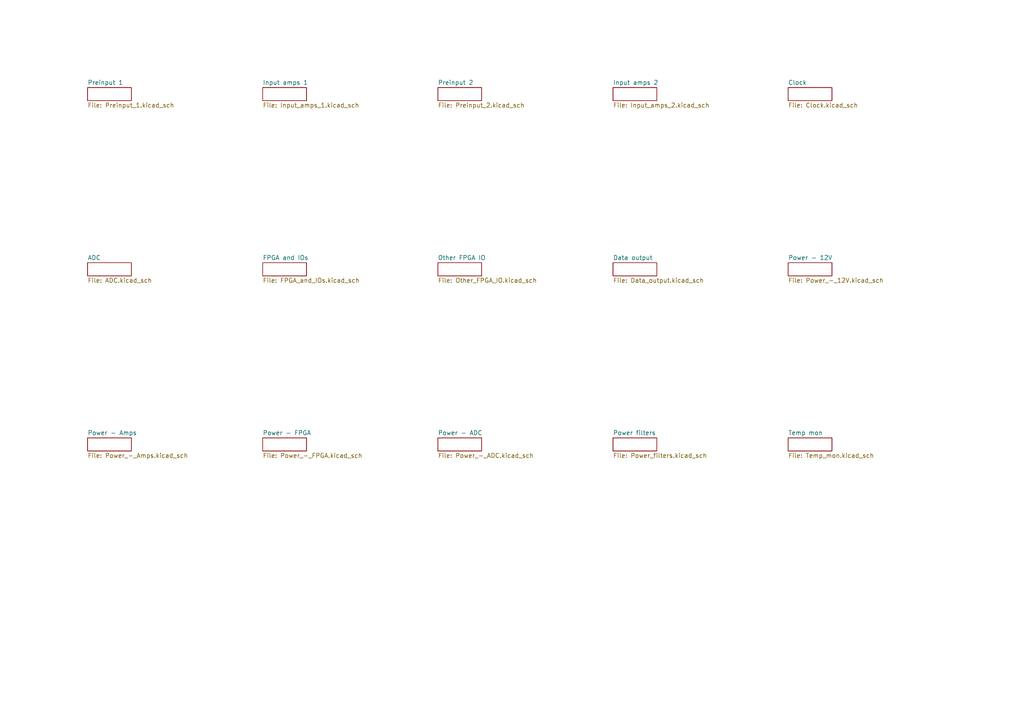
<source format=kicad_sch>
(kicad_sch
	(version 20231120)
	(generator "eeschema")
	(generator_version "8.0")
	(uuid "d5d23e42-4179-45a8-9635-7771b4ee37cf")
	(paper "A4")
	(lib_symbols)
	(sheet
		(at 76.2 76.2)
		(size 12.7 3.81)
		(fields_autoplaced yes)
		(stroke
			(width 0)
			(type solid)
		)
		(fill
			(color 0 0 0 0.0000)
		)
		(uuid "24e74428-cb85-49dc-861e-5cc6a2c3c444")
		(property "Sheetname" "FPGA and IOs"
			(at 76.2 75.4884 0)
			(effects
				(font
					(size 1.27 1.27)
				)
				(justify left bottom)
			)
		)
		(property "Sheetfile" "FPGA_and_IOs.kicad_sch"
			(at 76.2 80.5946 0)
			(effects
				(font
					(size 1.27 1.27)
				)
				(justify left top)
			)
		)
		(instances
			(project "haasoscope_pro_adc_fpga_board"
				(path "/d5d23e42-4179-45a8-9635-7771b4ee37cf"
					(page "7")
				)
			)
		)
	)
	(sheet
		(at 177.8 127)
		(size 12.7 3.81)
		(fields_autoplaced yes)
		(stroke
			(width 0)
			(type solid)
		)
		(fill
			(color 0 0 0 0.0000)
		)
		(uuid "3472a011-ea06-4f5e-89c9-6099406060da")
		(property "Sheetname" "Power filters"
			(at 177.8 126.2884 0)
			(effects
				(font
					(size 1.27 1.27)
				)
				(justify left bottom)
			)
		)
		(property "Sheetfile" "Power_filters.kicad_sch"
			(at 177.8 131.3946 0)
			(effects
				(font
					(size 1.27 1.27)
				)
				(justify left top)
			)
		)
		(instances
			(project "haasoscope_pro_adc_fpga_board"
				(path "/d5d23e42-4179-45a8-9635-7771b4ee37cf"
					(page "14")
				)
			)
		)
	)
	(sheet
		(at 76.2 127)
		(size 12.7 3.81)
		(fields_autoplaced yes)
		(stroke
			(width 0)
			(type solid)
		)
		(fill
			(color 0 0 0 0.0000)
		)
		(uuid "3829ee8b-7e2a-4467-85ce-d068136c5c1b")
		(property "Sheetname" "Power - FPGA"
			(at 76.2 126.2884 0)
			(effects
				(font
					(size 1.27 1.27)
				)
				(justify left bottom)
			)
		)
		(property "Sheetfile" "Power_-_FPGA.kicad_sch"
			(at 76.2 131.3946 0)
			(effects
				(font
					(size 1.27 1.27)
				)
				(justify left top)
			)
		)
		(instances
			(project "haasoscope_pro_adc_fpga_board"
				(path "/d5d23e42-4179-45a8-9635-7771b4ee37cf"
					(page "12")
				)
			)
		)
	)
	(sheet
		(at 127 127)
		(size 12.7 3.81)
		(fields_autoplaced yes)
		(stroke
			(width 0)
			(type solid)
		)
		(fill
			(color 0 0 0 0.0000)
		)
		(uuid "3c99353a-40a7-4179-81f7-0bf12a22e23a")
		(property "Sheetname" "Power - ADC"
			(at 127 126.2884 0)
			(effects
				(font
					(size 1.27 1.27)
				)
				(justify left bottom)
			)
		)
		(property "Sheetfile" "Power_-_ADC.kicad_sch"
			(at 127 131.3946 0)
			(effects
				(font
					(size 1.27 1.27)
				)
				(justify left top)
			)
		)
		(instances
			(project "haasoscope_pro_adc_fpga_board"
				(path "/d5d23e42-4179-45a8-9635-7771b4ee37cf"
					(page "13")
				)
			)
		)
	)
	(sheet
		(at 127 25.4)
		(size 12.7 3.81)
		(fields_autoplaced yes)
		(stroke
			(width 0)
			(type solid)
		)
		(fill
			(color 0 0 0 0.0000)
		)
		(uuid "52a2d25f-4a93-48ce-83bf-48b83aec2b6f")
		(property "Sheetname" "Preinput 2"
			(at 127 24.6884 0)
			(effects
				(font
					(size 1.27 1.27)
				)
				(justify left bottom)
			)
		)
		(property "Sheetfile" "Preinput_2.kicad_sch"
			(at 127 29.7946 0)
			(effects
				(font
					(size 1.27 1.27)
				)
				(justify left top)
			)
		)
		(instances
			(project "haasoscope_pro_adc_fpga_board"
				(path "/d5d23e42-4179-45a8-9635-7771b4ee37cf"
					(page "3")
				)
			)
		)
	)
	(sheet
		(at 177.8 76.2)
		(size 12.7 3.81)
		(fields_autoplaced yes)
		(stroke
			(width 0)
			(type solid)
		)
		(fill
			(color 0 0 0 0.0000)
		)
		(uuid "56399216-9c36-47e6-b237-6e4999aecfb1")
		(property "Sheetname" "Data output"
			(at 177.8 75.4884 0)
			(effects
				(font
					(size 1.27 1.27)
				)
				(justify left bottom)
			)
		)
		(property "Sheetfile" "Data_output.kicad_sch"
			(at 177.8 80.5946 0)
			(effects
				(font
					(size 1.27 1.27)
				)
				(justify left top)
			)
		)
		(instances
			(project "haasoscope_pro_adc_fpga_board"
				(path "/d5d23e42-4179-45a8-9635-7771b4ee37cf"
					(page "9")
				)
			)
		)
	)
	(sheet
		(at 76.2 25.4)
		(size 12.7 3.81)
		(fields_autoplaced yes)
		(stroke
			(width 0)
			(type solid)
		)
		(fill
			(color 0 0 0 0.0000)
		)
		(uuid "681f8338-8e48-43c1-be7d-b85f87c205e8")
		(property "Sheetname" "Input amps 1"
			(at 76.2 24.6884 0)
			(effects
				(font
					(size 1.27 1.27)
				)
				(justify left bottom)
			)
		)
		(property "Sheetfile" "Input_amps_1.kicad_sch"
			(at 76.2 29.7946 0)
			(effects
				(font
					(size 1.27 1.27)
				)
				(justify left top)
			)
		)
		(instances
			(project "haasoscope_pro_adc_fpga_board"
				(path "/d5d23e42-4179-45a8-9635-7771b4ee37cf"
					(page "2")
				)
			)
		)
	)
	(sheet
		(at 25.4 25.4)
		(size 12.7 3.81)
		(fields_autoplaced yes)
		(stroke
			(width 0)
			(type solid)
		)
		(fill
			(color 0 0 0 0.0000)
		)
		(uuid "71c22c4c-5bd9-4fb2-a5d2-543caffdc363")
		(property "Sheetname" "Preinput 1"
			(at 25.4 24.6884 0)
			(effects
				(font
					(size 1.27 1.27)
				)
				(justify left bottom)
			)
		)
		(property "Sheetfile" "Preinput_1.kicad_sch"
			(at 25.4 29.7946 0)
			(effects
				(font
					(size 1.27 1.27)
				)
				(justify left top)
			)
		)
		(instances
			(project "haasoscope_pro_adc_fpga_board"
				(path "/d5d23e42-4179-45a8-9635-7771b4ee37cf"
					(page "1")
				)
			)
		)
	)
	(sheet
		(at 228.6 76.2)
		(size 12.7 3.81)
		(fields_autoplaced yes)
		(stroke
			(width 0)
			(type solid)
		)
		(fill
			(color 0 0 0 0.0000)
		)
		(uuid "88c5f4d7-9cb4-49a5-9f4e-ffb7fea45bf6")
		(property "Sheetname" "Power - 12V"
			(at 228.6 75.4884 0)
			(effects
				(font
					(size 1.27 1.27)
				)
				(justify left bottom)
			)
		)
		(property "Sheetfile" "Power_-_12V.kicad_sch"
			(at 228.6 80.5946 0)
			(effects
				(font
					(size 1.27 1.27)
				)
				(justify left top)
			)
		)
		(instances
			(project "haasoscope_pro_adc_fpga_board"
				(path "/d5d23e42-4179-45a8-9635-7771b4ee37cf"
					(page "10")
				)
			)
		)
	)
	(sheet
		(at 177.8 25.4)
		(size 12.7 3.81)
		(fields_autoplaced yes)
		(stroke
			(width 0)
			(type solid)
		)
		(fill
			(color 0 0 0 0.0000)
		)
		(uuid "8e73c38b-2963-472f-8adc-63916a59f532")
		(property "Sheetname" "Input amps 2"
			(at 177.8 24.6884 0)
			(effects
				(font
					(size 1.27 1.27)
				)
				(justify left bottom)
			)
		)
		(property "Sheetfile" "Input_amps_2.kicad_sch"
			(at 177.8 29.7946 0)
			(effects
				(font
					(size 1.27 1.27)
				)
				(justify left top)
			)
		)
		(instances
			(project "haasoscope_pro_adc_fpga_board"
				(path "/d5d23e42-4179-45a8-9635-7771b4ee37cf"
					(page "4")
				)
			)
		)
	)
	(sheet
		(at 228.6 25.4)
		(size 12.7 3.81)
		(fields_autoplaced yes)
		(stroke
			(width 0)
			(type solid)
		)
		(fill
			(color 0 0 0 0.0000)
		)
		(uuid "a1644047-92e2-40d5-93ef-d8fcb3930a41")
		(property "Sheetname" "Clock"
			(at 228.6 24.6884 0)
			(effects
				(font
					(size 1.27 1.27)
				)
				(justify left bottom)
			)
		)
		(property "Sheetfile" "Clock.kicad_sch"
			(at 228.6 29.7946 0)
			(effects
				(font
					(size 1.27 1.27)
				)
				(justify left top)
			)
		)
		(instances
			(project "haasoscope_pro_adc_fpga_board"
				(path "/d5d23e42-4179-45a8-9635-7771b4ee37cf"
					(page "5")
				)
			)
		)
	)
	(sheet
		(at 127 76.2)
		(size 12.7 3.81)
		(fields_autoplaced yes)
		(stroke
			(width 0)
			(type solid)
		)
		(fill
			(color 0 0 0 0.0000)
		)
		(uuid "d2d3aadd-3b67-4089-8dc0-0ea8407c4d01")
		(property "Sheetname" "Other FPGA IO"
			(at 127 75.4884 0)
			(effects
				(font
					(size 1.27 1.27)
				)
				(justify left bottom)
			)
		)
		(property "Sheetfile" "Other_FPGA_IO.kicad_sch"
			(at 127 80.5946 0)
			(effects
				(font
					(size 1.27 1.27)
				)
				(justify left top)
			)
		)
		(instances
			(project "haasoscope_pro_adc_fpga_board"
				(path "/d5d23e42-4179-45a8-9635-7771b4ee37cf"
					(page "8")
				)
			)
		)
	)
	(sheet
		(at 228.6 127)
		(size 12.7 3.81)
		(fields_autoplaced yes)
		(stroke
			(width 0)
			(type solid)
		)
		(fill
			(color 0 0 0 0.0000)
		)
		(uuid "e22cd1de-b8e0-45ca-9643-8a5bb149eaed")
		(property "Sheetname" "Temp mon"
			(at 228.6 126.2884 0)
			(effects
				(font
					(size 1.27 1.27)
				)
				(justify left bottom)
			)
		)
		(property "Sheetfile" "Temp_mon.kicad_sch"
			(at 228.6 131.3946 0)
			(effects
				(font
					(size 1.27 1.27)
				)
				(justify left top)
			)
		)
		(instances
			(project "haasoscope_pro_adc_fpga_board"
				(path "/d5d23e42-4179-45a8-9635-7771b4ee37cf"
					(page "15")
				)
			)
		)
	)
	(sheet
		(at 25.4 127)
		(size 12.7 3.81)
		(fields_autoplaced yes)
		(stroke
			(width 0)
			(type solid)
		)
		(fill
			(color 0 0 0 0.0000)
		)
		(uuid "f1036a8c-61ea-49fd-a1b5-b040832bb641")
		(property "Sheetname" "Power - Amps"
			(at 25.4 126.2884 0)
			(effects
				(font
					(size 1.27 1.27)
				)
				(justify left bottom)
			)
		)
		(property "Sheetfile" "Power_-_Amps.kicad_sch"
			(at 25.4 131.3946 0)
			(effects
				(font
					(size 1.27 1.27)
				)
				(justify left top)
			)
		)
		(instances
			(project "haasoscope_pro_adc_fpga_board"
				(path "/d5d23e42-4179-45a8-9635-7771b4ee37cf"
					(page "11")
				)
			)
		)
	)
	(sheet
		(at 25.4 76.2)
		(size 12.7 3.81)
		(fields_autoplaced yes)
		(stroke
			(width 0)
			(type solid)
		)
		(fill
			(color 0 0 0 0.0000)
		)
		(uuid "f1b4a28c-ef8c-49b7-93ec-a06ff075b938")
		(property "Sheetname" "ADC"
			(at 25.4 75.4884 0)
			(effects
				(font
					(size 1.27 1.27)
				)
				(justify left bottom)
			)
		)
		(property "Sheetfile" "ADC.kicad_sch"
			(at 25.4 80.5946 0)
			(effects
				(font
					(size 1.27 1.27)
				)
				(justify left top)
			)
		)
		(instances
			(project "haasoscope_pro_adc_fpga_board"
				(path "/d5d23e42-4179-45a8-9635-7771b4ee37cf"
					(page "6")
				)
			)
		)
	)
	(sheet_instances
		(path "/"
			(page "1")
		)
	)
)

</source>
